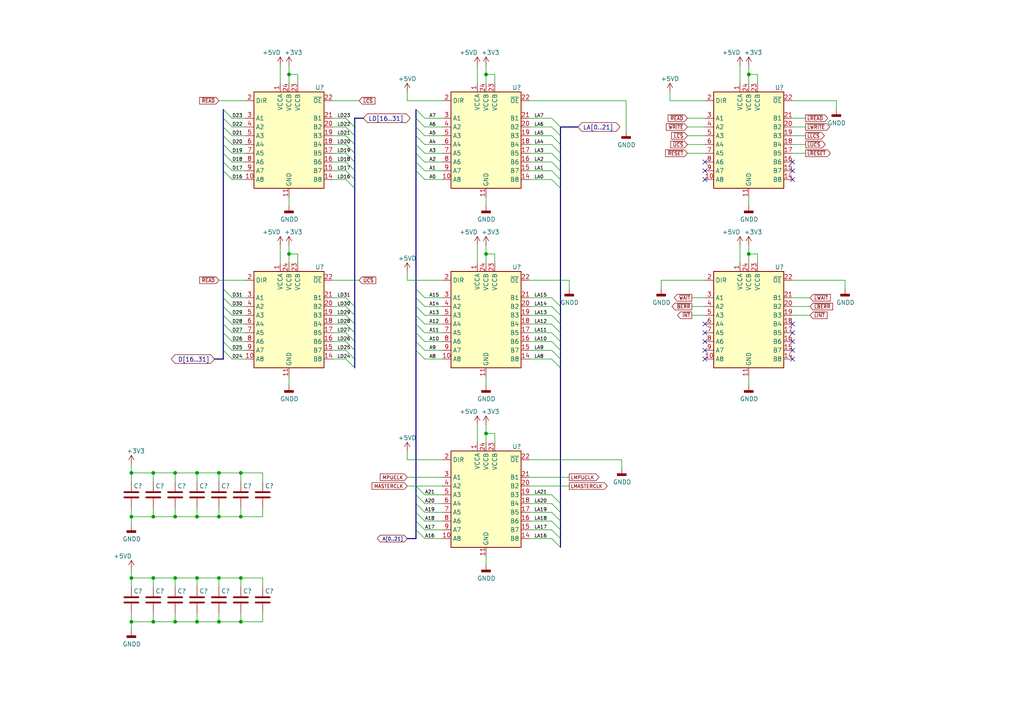
<source format=kicad_sch>
(kicad_sch (version 20211123) (generator eeschema)
  (paper "A4")
  (lib_symbols
    (symbol "Device:C" (pin_numbers hide) (pin_names (offset 0.254))
      (property "Reference" "C" (at 0.635 2.54 0))
      (property "Value" "C" (at 0.635 -2.54 0))
      (symbol "C_0_1"
        (polyline (pts (xy -2.032 -0.762) (xy 2.032 -0.762)) (stroke (width 0.508)))
        (polyline (pts (xy -2.032 0.762) (xy 2.032 0.762)) (stroke (width 0.508)))
      )
      (symbol "C_1_1"
        (pin passive line (at 0 3.81 270) (length 2.794) (name "~") (number "1"))
        (pin passive line (at 0 -3.81 90) (length 2.794) (name "~") (number "2"))
      )
    )
    (symbol "Logic_LevelTranslator:SN74AVC8T245PW"
      (property "Reference" "U" (at -8.89 13.97 0))
      (property "Value" "SN74AVC8T245PW" (at 12.7 13.97 0))
      (symbol "SN74AVC8T245PW_0_1"
        (rectangle (start -10.16 12.7) (end 10.16 -15.24) (stroke (width 0.254)) (fill (type background)))
      )
      (symbol "SN74AVC8T245PW_1_1"
        (pin power_in line (at -2.54 15.24 270) (length 2.54) (name "VCCA") (number "1"))
        (pin bidirectional line (at -12.7 -12.7 0) (length 2.54) (name "A8") (number "10"))
        (pin power_in line (at 0 -17.78 90) (length 2.54) (name "GND") (number "11"))
        (pin passive line (at 0 -17.78 90) (length 2.54) hide (name "GND") (number "12"))
        (pin passive line (at 0 -17.78 90) (length 2.54) hide (name "GND") (number "13"))
        (pin bidirectional line (at 12.7 -12.7 180) (length 2.54) (name "B8") (number "14"))
        (pin bidirectional line (at 12.7 -10.16 180) (length 2.54) (name "B7") (number "15"))
        (pin bidirectional line (at 12.7 -7.62 180) (length 2.54) (name "B6") (number "16"))
        (pin bidirectional line (at 12.7 -5.08 180) (length 2.54) (name "B5") (number "17"))
        (pin bidirectional line (at 12.7 -2.54 180) (length 2.54) (name "B4") (number "18"))
        (pin bidirectional line (at 12.7 0 180) (length 2.54) (name "B3") (number "19"))
        (pin input line (at -12.7 10.16 0) (length 2.54) (name "DIR") (number "2"))
        (pin bidirectional line (at 12.7 2.54 180) (length 2.54) (name "B2") (number "20"))
        (pin bidirectional line (at 12.7 5.08 180) (length 2.54) (name "B1") (number "21"))
        (pin input line (at 12.7 10.16 180) (length 2.54) (name "~{OE}") (number "22"))
        (pin power_in line (at 2.54 15.24 270) (length 2.54) (name "VCCB") (number "23"))
        (pin power_in line (at 0 15.24 270) (length 2.54) (name "VCCB") (number "24"))
        (pin bidirectional line (at -12.7 5.08 0) (length 2.54) (name "A1") (number "3"))
        (pin bidirectional line (at -12.7 2.54 0) (length 2.54) (name "A2") (number "4"))
        (pin bidirectional line (at -12.7 0 0) (length 2.54) (name "A3") (number "5"))
        (pin bidirectional line (at -12.7 -2.54 0) (length 2.54) (name "A4") (number "6"))
        (pin bidirectional line (at -12.7 -5.08 0) (length 2.54) (name "A5") (number "7"))
        (pin bidirectional line (at -12.7 -7.62 0) (length 2.54) (name "A6") (number "8"))
        (pin bidirectional line (at -12.7 -10.16 0) (length 2.54) (name "A7") (number "9"))
      )
    )
    (symbol "power:+3V3" (power) (pin_names (offset 0))
      (property "Value" "+3V3" (at 0 3.556 0))
      (symbol "+3V3_0_1"
        (polyline (pts (xy -0.762 1.27) (xy 0 2.54)))
        (polyline (pts (xy 0 0) (xy 0 2.54)))
        (polyline (pts (xy 0 2.54) (xy 0.762 1.27)))
      )
      (symbol "+3V3_1_1"
        (pin power_in line (at 0 0 90) (length 0) hide (name "+3V3") (number "1"))
      )
    )
    (symbol "power:+5VD" (power) (pin_names (offset 0))
      (property "Value" "+5VD" (at 0 3.556 0))
      (symbol "+5VD_0_1"
        (polyline (pts (xy -0.762 1.27) (xy 0 2.54)))
        (polyline (pts (xy 0 0) (xy 0 2.54)))
        (polyline (pts (xy 0 2.54) (xy 0.762 1.27)))
      )
      (symbol "+5VD_1_1"
        (pin power_in line (at 0 0 90) (length 0) hide (name "+5VD") (number "1"))
      )
    )
    (symbol "power:GNDD" (power) (pin_names (offset 0))
      (property "Value" "GNDD" (at 0 -3.175 0))
      (symbol "GNDD_0_1"
        (rectangle (start -1.27 -1.524) (end 1.27 -2.032) (stroke (width 0.254)) (fill (type outline)))
        (polyline (pts (xy 0 0) (xy 0 -1.524)))
      )
      (symbol "GNDD_1_1"
        (pin power_in line (at 0 0 270) (length 0) hide (name "GNDD") (number "1"))
      )
    )
  )
  (junction (at 69.85 167.64))
  (junction (at 63.5 137.16))
  (junction (at 44.45 180.34))
  (junction (at 83.82 73.66))
  (junction (at 44.45 149.86))
  (junction (at 38.1 167.64))
  (junction (at 63.5 149.86))
  (junction (at 57.15 180.34))
  (junction (at 50.8 167.64))
  (junction (at 83.82 21.59))
  (junction (at 38.1 180.34))
  (junction (at 50.8 149.86))
  (junction (at 217.17 21.59))
  (junction (at 63.5 167.64))
  (junction (at 44.45 137.16))
  (junction (at 69.85 149.86))
  (junction (at 69.85 137.16))
  (junction (at 38.1 149.86))
  (junction (at 50.8 180.34))
  (junction (at 57.15 137.16))
  (junction (at 63.5 180.34))
  (junction (at 50.8 137.16))
  (junction (at 57.15 149.86))
  (junction (at 57.15 167.64))
  (junction (at 140.97 21.59))
  (junction (at 38.1 137.16))
  (junction (at 140.97 73.66))
  (junction (at 44.45 167.64))
  (junction (at 140.97 125.73))
  (junction (at 69.85 180.34))
  (junction (at 217.17 73.66))
  (no_connect (at 229.87 96.52))
  (no_connect (at 229.87 93.98))
  (no_connect (at 204.47 101.6))
  (no_connect (at 229.87 99.06))
  (no_connect (at 204.47 52.07))
  (no_connect (at 229.87 46.99))
  (no_connect (at 204.47 49.53))
  (no_connect (at 204.47 99.06))
  (no_connect (at 204.47 96.52))
  (no_connect (at 204.47 93.98))
  (no_connect (at 204.47 104.14))
  (no_connect (at 229.87 104.14))
  (no_connect (at 229.87 49.53))
  (no_connect (at 229.87 52.07))
  (no_connect (at 229.87 101.6))
  (no_connect (at 204.47 46.99))
  (bus_entry (at 120.65 36.83) (size 2.54 2.54))
  (bus_entry (at 160.02 148.59) (size 2.54 2.54))
  (bus_entry (at 120.65 96.52) (size 2.54 2.54))
  (bus_entry (at 64.77 86.36) (size 2.54 2.54))
  (bus_entry (at 64.77 49.53) (size 2.54 2.54))
  (bus_entry (at 100.33 101.6) (size 2.54 2.54))
  (bus_entry (at 160.02 153.67) (size 2.54 2.54))
  (bus_entry (at 120.65 46.99) (size 2.54 2.54))
  (bus_entry (at 160.02 44.45) (size 2.54 2.54))
  (bus_entry (at 120.65 93.98) (size 2.54 2.54))
  (bus_entry (at 64.77 36.83) (size 2.54 2.54))
  (bus_entry (at 160.02 91.44) (size 2.54 2.54))
  (bus_entry (at 160.02 52.07) (size 2.54 2.54))
  (bus_entry (at 64.77 39.37) (size 2.54 2.54))
  (bus_entry (at 160.02 104.14) (size 2.54 2.54))
  (bus_entry (at 100.33 99.06) (size 2.54 2.54))
  (bus_entry (at 160.02 156.21) (size 2.54 2.54))
  (bus_entry (at 120.65 148.59) (size 2.54 2.54))
  (bus_entry (at 64.77 44.45) (size 2.54 2.54))
  (bus_entry (at 120.65 143.51) (size 2.54 2.54))
  (bus_entry (at 64.77 31.75) (size 2.54 2.54))
  (bus_entry (at 100.33 86.36) (size 2.54 2.54))
  (bus_entry (at 100.33 34.29) (size 2.54 2.54))
  (bus_entry (at 100.33 46.99) (size 2.54 2.54))
  (bus_entry (at 120.65 153.67) (size 2.54 2.54))
  (bus_entry (at 64.77 93.98) (size 2.54 2.54))
  (bus_entry (at 120.65 88.9) (size 2.54 2.54))
  (bus_entry (at 120.65 49.53) (size 2.54 2.54))
  (bus_entry (at 100.33 41.91) (size 2.54 2.54))
  (bus_entry (at 64.77 96.52) (size 2.54 2.54))
  (bus_entry (at 160.02 101.6) (size 2.54 2.54))
  (bus_entry (at 120.65 86.36) (size 2.54 2.54))
  (bus_entry (at 120.65 34.29) (size 2.54 2.54))
  (bus_entry (at 160.02 88.9) (size 2.54 2.54))
  (bus_entry (at 100.33 91.44) (size 2.54 2.54))
  (bus_entry (at 120.65 151.13) (size 2.54 2.54))
  (bus_entry (at 100.33 88.9) (size 2.54 2.54))
  (bus_entry (at 120.65 44.45) (size 2.54 2.54))
  (bus_entry (at 100.33 104.14) (size 2.54 2.54))
  (bus_entry (at 120.65 39.37) (size 2.54 2.54))
  (bus_entry (at 160.02 151.13) (size 2.54 2.54))
  (bus_entry (at 120.65 140.97) (size 2.54 2.54))
  (bus_entry (at 120.65 31.75) (size 2.54 2.54))
  (bus_entry (at 160.02 46.99) (size 2.54 2.54))
  (bus_entry (at 160.02 41.91) (size 2.54 2.54))
  (bus_entry (at 120.65 83.82) (size 2.54 2.54))
  (bus_entry (at 120.65 41.91) (size 2.54 2.54))
  (bus_entry (at 64.77 41.91) (size 2.54 2.54))
  (bus_entry (at 100.33 36.83) (size 2.54 2.54))
  (bus_entry (at 160.02 86.36) (size 2.54 2.54))
  (bus_entry (at 160.02 39.37) (size 2.54 2.54))
  (bus_entry (at 160.02 143.51) (size 2.54 2.54))
  (bus_entry (at 160.02 34.29) (size 2.54 2.54))
  (bus_entry (at 64.77 46.99) (size 2.54 2.54))
  (bus_entry (at 120.65 146.05) (size 2.54 2.54))
  (bus_entry (at 160.02 96.52) (size 2.54 2.54))
  (bus_entry (at 64.77 88.9) (size 2.54 2.54))
  (bus_entry (at 160.02 36.83) (size 2.54 2.54))
  (bus_entry (at 64.77 83.82) (size 2.54 2.54))
  (bus_entry (at 64.77 99.06) (size 2.54 2.54))
  (bus_entry (at 100.33 96.52) (size 2.54 2.54))
  (bus_entry (at 100.33 93.98) (size 2.54 2.54))
  (bus_entry (at 64.77 34.29) (size 2.54 2.54))
  (bus_entry (at 64.77 101.6) (size 2.54 2.54))
  (bus_entry (at 64.77 91.44) (size 2.54 2.54))
  (bus_entry (at 100.33 49.53) (size 2.54 2.54))
  (bus_entry (at 160.02 93.98) (size 2.54 2.54))
  (bus_entry (at 160.02 146.05) (size 2.54 2.54))
  (bus_entry (at 160.02 49.53) (size 2.54 2.54))
  (bus_entry (at 120.65 91.44) (size 2.54 2.54))
  (bus_entry (at 120.65 99.06) (size 2.54 2.54))
  (bus_entry (at 100.33 52.07) (size 2.54 2.54))
  (bus_entry (at 100.33 39.37) (size 2.54 2.54))
  (bus_entry (at 120.65 101.6) (size 2.54 2.54))
  (bus_entry (at 160.02 99.06) (size 2.54 2.54))
  (bus_entry (at 100.33 44.45) (size 2.54 2.54))
  (wire (pts (xy 128.27 148.59) (xy 123.19 148.59)))
  (wire (pts (xy 44.45 180.34) (xy 38.1 180.34)))
  (wire (pts (xy 219.71 73.66) (xy 219.71 76.2)))
  (wire (pts (xy 217.17 76.2) (xy 217.17 73.66)))
  (bus (pts (xy 120.65 91.44) (xy 120.65 93.98)))
  (wire (pts (xy 81.28 24.13) (xy 81.28 19.05)))
  (wire (pts (xy 57.15 137.16) (xy 57.15 139.7)))
  (wire (pts (xy 96.52 46.99) (xy 100.33 46.99)))
  (wire (pts (xy 96.52 44.45) (xy 100.33 44.45)))
  (wire (pts (xy 96.52 88.9) (xy 100.33 88.9)))
  (bus (pts (xy 120.65 151.13) (xy 120.65 153.67)))
  (bus (pts (xy 162.56 93.98) (xy 162.56 96.52)))
  (wire (pts (xy 153.67 41.91) (xy 160.02 41.91)))
  (wire (pts (xy 50.8 180.34) (xy 44.45 180.34)))
  (bus (pts (xy 120.65 41.91) (xy 120.65 44.45)))
  (wire (pts (xy 83.82 109.22) (xy 83.82 111.76)))
  (bus (pts (xy 120.65 49.53) (xy 120.65 83.82)))
  (wire (pts (xy 153.67 148.59) (xy 160.02 148.59)))
  (wire (pts (xy 50.8 137.16) (xy 57.15 137.16)))
  (bus (pts (xy 120.65 36.83) (xy 120.65 39.37)))
  (wire (pts (xy 153.67 153.67) (xy 160.02 153.67)))
  (wire (pts (xy 44.45 170.18) (xy 44.45 167.64)))
  (wire (pts (xy 204.47 91.44) (xy 200.66 91.44)))
  (wire (pts (xy 165.1 81.28) (xy 165.1 83.82)))
  (wire (pts (xy 204.47 44.45) (xy 199.39 44.45)))
  (wire (pts (xy 96.52 101.6) (xy 100.33 101.6)))
  (wire (pts (xy 38.1 167.64) (xy 44.45 167.64)))
  (bus (pts (xy 64.77 36.83) (xy 64.77 39.37)))
  (wire (pts (xy 153.67 99.06) (xy 160.02 99.06)))
  (wire (pts (xy 86.36 73.66) (xy 86.36 76.2)))
  (bus (pts (xy 102.87 93.98) (xy 102.87 96.52)))
  (wire (pts (xy 128.27 101.6) (xy 123.19 101.6)))
  (wire (pts (xy 38.1 165.1) (xy 38.1 167.64)))
  (wire (pts (xy 50.8 147.32) (xy 50.8 149.86)))
  (wire (pts (xy 96.52 96.52) (xy 100.33 96.52)))
  (bus (pts (xy 102.87 49.53) (xy 102.87 52.07)))
  (bus (pts (xy 167.64 36.83) (xy 162.56 36.83)))
  (bus (pts (xy 162.56 104.14) (xy 162.56 106.68)))
  (wire (pts (xy 153.67 146.05) (xy 160.02 146.05)))
  (wire (pts (xy 153.67 151.13) (xy 160.02 151.13)))
  (bus (pts (xy 120.65 153.67) (xy 120.65 156.21)))
  (wire (pts (xy 138.43 128.27) (xy 138.43 123.19)))
  (wire (pts (xy 69.85 147.32) (xy 69.85 149.86)))
  (wire (pts (xy 63.5 170.18) (xy 63.5 167.64)))
  (wire (pts (xy 69.85 149.86) (xy 63.5 149.86)))
  (bus (pts (xy 162.56 99.06) (xy 162.56 101.6)))
  (wire (pts (xy 96.52 41.91) (xy 100.33 41.91)))
  (wire (pts (xy 71.12 93.98) (xy 67.31 93.98)))
  (wire (pts (xy 217.17 73.66) (xy 217.17 71.12)))
  (wire (pts (xy 153.67 91.44) (xy 160.02 91.44)))
  (wire (pts (xy 229.87 44.45) (xy 233.68 44.45)))
  (wire (pts (xy 138.43 24.13) (xy 138.43 19.05)))
  (wire (pts (xy 204.47 86.36) (xy 200.66 86.36)))
  (wire (pts (xy 204.47 36.83) (xy 199.39 36.83)))
  (wire (pts (xy 128.27 46.99) (xy 123.19 46.99)))
  (wire (pts (xy 128.27 86.36) (xy 123.19 86.36)))
  (wire (pts (xy 245.11 81.28) (xy 245.11 83.82)))
  (bus (pts (xy 162.56 151.13) (xy 162.56 153.67)))
  (wire (pts (xy 153.67 46.99) (xy 160.02 46.99)))
  (bus (pts (xy 64.77 91.44) (xy 64.77 93.98)))
  (wire (pts (xy 153.67 86.36) (xy 160.02 86.36)))
  (wire (pts (xy 38.1 177.8) (xy 38.1 180.34)))
  (wire (pts (xy 63.5 180.34) (xy 57.15 180.34)))
  (bus (pts (xy 120.65 148.59) (xy 120.65 151.13)))
  (wire (pts (xy 96.52 39.37) (xy 100.33 39.37)))
  (wire (pts (xy 63.5 139.7) (xy 63.5 137.16)))
  (bus (pts (xy 120.65 39.37) (xy 120.65 41.91)))
  (wire (pts (xy 153.67 156.21) (xy 160.02 156.21)))
  (bus (pts (xy 162.56 91.44) (xy 162.56 93.98)))
  (wire (pts (xy 153.67 81.28) (xy 165.1 81.28)))
  (bus (pts (xy 64.77 104.14) (xy 62.23 104.14)))
  (wire (pts (xy 38.1 149.86) (xy 38.1 152.4)))
  (wire (pts (xy 153.67 44.45) (xy 160.02 44.45)))
  (bus (pts (xy 120.65 96.52) (xy 120.65 99.06)))
  (wire (pts (xy 128.27 88.9) (xy 123.19 88.9)))
  (wire (pts (xy 69.85 170.18) (xy 69.85 167.64)))
  (wire (pts (xy 153.67 93.98) (xy 160.02 93.98)))
  (bus (pts (xy 120.65 146.05) (xy 120.65 148.59)))
  (bus (pts (xy 64.77 39.37) (xy 64.77 41.91)))
  (wire (pts (xy 128.27 153.67) (xy 123.19 153.67)))
  (wire (pts (xy 96.52 36.83) (xy 100.33 36.83)))
  (wire (pts (xy 76.2 139.7) (xy 76.2 137.16)))
  (wire (pts (xy 217.17 24.13) (xy 217.17 21.59)))
  (wire (pts (xy 118.11 133.35) (xy 128.27 133.35)))
  (bus (pts (xy 120.65 83.82) (xy 120.65 86.36)))
  (wire (pts (xy 128.27 44.45) (xy 123.19 44.45)))
  (wire (pts (xy 200.66 88.9) (xy 204.47 88.9)))
  (wire (pts (xy 204.47 41.91) (xy 199.39 41.91)))
  (bus (pts (xy 120.65 44.45) (xy 120.65 46.99)))
  (wire (pts (xy 71.12 46.99) (xy 67.31 46.99)))
  (wire (pts (xy 140.97 125.73) (xy 143.51 125.73)))
  (wire (pts (xy 38.1 167.64) (xy 38.1 170.18)))
  (wire (pts (xy 96.52 86.36) (xy 100.33 86.36)))
  (bus (pts (xy 162.56 49.53) (xy 162.56 52.07)))
  (bus (pts (xy 64.77 88.9) (xy 64.77 91.44)))
  (wire (pts (xy 191.77 81.28) (xy 204.47 81.28)))
  (wire (pts (xy 128.27 156.21) (xy 123.19 156.21)))
  (wire (pts (xy 153.67 140.97) (xy 165.1 140.97)))
  (bus (pts (xy 120.65 86.36) (xy 120.65 88.9)))
  (wire (pts (xy 118.11 133.35) (xy 118.11 130.81)))
  (wire (pts (xy 38.1 180.34) (xy 38.1 182.88)))
  (wire (pts (xy 76.2 170.18) (xy 76.2 167.64)))
  (bus (pts (xy 162.56 36.83) (xy 162.56 39.37)))
  (wire (pts (xy 219.71 21.59) (xy 219.71 24.13)))
  (bus (pts (xy 102.87 34.29) (xy 105.41 34.29)))
  (wire (pts (xy 57.15 137.16) (xy 63.5 137.16)))
  (wire (pts (xy 71.12 99.06) (xy 67.31 99.06)))
  (wire (pts (xy 153.67 52.07) (xy 160.02 52.07)))
  (wire (pts (xy 128.27 146.05) (xy 123.19 146.05)))
  (bus (pts (xy 120.65 101.6) (xy 120.65 140.97)))
  (wire (pts (xy 128.27 36.83) (xy 123.19 36.83)))
  (wire (pts (xy 140.97 21.59) (xy 140.97 19.05)))
  (wire (pts (xy 118.11 140.97) (xy 120.65 140.97)))
  (wire (pts (xy 71.12 41.91) (xy 67.31 41.91)))
  (wire (pts (xy 71.12 96.52) (xy 67.31 96.52)))
  (wire (pts (xy 96.52 34.29) (xy 100.33 34.29)))
  (wire (pts (xy 128.27 81.28) (xy 118.11 81.28)))
  (wire (pts (xy 44.45 139.7) (xy 44.45 137.16)))
  (bus (pts (xy 162.56 156.21) (xy 162.56 158.75)))
  (wire (pts (xy 83.82 21.59) (xy 83.82 19.05)))
  (bus (pts (xy 162.56 39.37) (xy 162.56 41.91)))
  (wire (pts (xy 153.67 96.52) (xy 160.02 96.52)))
  (wire (pts (xy 38.1 137.16) (xy 44.45 137.16)))
  (wire (pts (xy 191.77 83.82) (xy 191.77 81.28)))
  (bus (pts (xy 120.65 143.51) (xy 120.65 146.05)))
  (wire (pts (xy 44.45 177.8) (xy 44.45 180.34)))
  (wire (pts (xy 229.87 86.36) (xy 234.95 86.36)))
  (wire (pts (xy 143.51 73.66) (xy 143.51 76.2)))
  (wire (pts (xy 204.47 39.37) (xy 199.39 39.37)))
  (wire (pts (xy 71.12 52.07) (xy 67.31 52.07)))
  (wire (pts (xy 96.52 81.28) (xy 104.14 81.28)))
  (wire (pts (xy 143.51 21.59) (xy 143.51 24.13)))
  (wire (pts (xy 63.5 167.64) (xy 69.85 167.64)))
  (wire (pts (xy 140.97 161.29) (xy 140.97 163.83)))
  (wire (pts (xy 44.45 137.16) (xy 50.8 137.16)))
  (bus (pts (xy 102.87 34.29) (xy 102.87 36.83)))
  (wire (pts (xy 71.12 86.36) (xy 67.31 86.36)))
  (bus (pts (xy 64.77 99.06) (xy 64.77 101.6)))
  (bus (pts (xy 102.87 36.83) (xy 102.87 39.37)))
  (wire (pts (xy 153.67 133.35) (xy 180.34 133.35)))
  (wire (pts (xy 81.28 76.2) (xy 81.28 71.12)))
  (bus (pts (xy 120.65 31.75) (xy 120.65 34.29)))
  (wire (pts (xy 96.52 52.07) (xy 100.33 52.07)))
  (wire (pts (xy 153.67 49.53) (xy 160.02 49.53)))
  (wire (pts (xy 71.12 44.45) (xy 67.31 44.45)))
  (bus (pts (xy 120.65 88.9) (xy 120.65 91.44)))
  (wire (pts (xy 96.52 29.21) (xy 104.14 29.21)))
  (bus (pts (xy 102.87 101.6) (xy 102.87 104.14)))
  (wire (pts (xy 217.17 109.22) (xy 217.17 111.76)))
  (wire (pts (xy 128.27 41.91) (xy 123.19 41.91)))
  (wire (pts (xy 83.82 73.66) (xy 83.82 71.12)))
  (bus (pts (xy 64.77 46.99) (xy 64.77 49.53)))
  (bus (pts (xy 64.77 31.75) (xy 64.77 34.29)))
  (bus (pts (xy 102.87 96.52) (xy 102.87 99.06)))
  (wire (pts (xy 69.85 139.7) (xy 69.85 137.16)))
  (bus (pts (xy 102.87 52.07) (xy 102.87 54.61)))
  (wire (pts (xy 204.47 34.29) (xy 199.39 34.29)))
  (wire (pts (xy 140.97 109.22) (xy 140.97 111.76)))
  (bus (pts (xy 102.87 91.44) (xy 102.87 93.98)))
  (wire (pts (xy 242.57 29.21) (xy 242.57 31.75)))
  (wire (pts (xy 69.85 167.64) (xy 76.2 167.64)))
  (wire (pts (xy 180.34 133.35) (xy 180.34 135.89)))
  (wire (pts (xy 83.82 57.15) (xy 83.82 59.69)))
  (wire (pts (xy 229.87 29.21) (xy 242.57 29.21)))
  (bus (pts (xy 162.56 101.6) (xy 162.56 104.14)))
  (bus (pts (xy 118.11 156.21) (xy 120.65 156.21)))
  (wire (pts (xy 57.15 167.64) (xy 57.15 170.18)))
  (wire (pts (xy 96.52 49.53) (xy 100.33 49.53)))
  (wire (pts (xy 153.67 36.83) (xy 160.02 36.83)))
  (bus (pts (xy 64.77 93.98) (xy 64.77 96.52)))
  (wire (pts (xy 128.27 138.43) (xy 118.11 138.43)))
  (wire (pts (xy 50.8 177.8) (xy 50.8 180.34)))
  (bus (pts (xy 64.77 86.36) (xy 64.77 88.9)))
  (wire (pts (xy 63.5 81.28) (xy 71.12 81.28)))
  (bus (pts (xy 162.56 153.67) (xy 162.56 156.21)))
  (wire (pts (xy 153.67 104.14) (xy 160.02 104.14)))
  (wire (pts (xy 118.11 81.28) (xy 118.11 78.74)))
  (wire (pts (xy 86.36 21.59) (xy 86.36 24.13)))
  (wire (pts (xy 57.15 147.32) (xy 57.15 149.86)))
  (wire (pts (xy 140.97 76.2) (xy 140.97 73.66)))
  (wire (pts (xy 214.63 24.13) (xy 214.63 19.05)))
  (wire (pts (xy 217.17 73.66) (xy 219.71 73.66)))
  (bus (pts (xy 64.77 34.29) (xy 64.77 36.83)))
  (wire (pts (xy 71.12 104.14) (xy 67.31 104.14)))
  (wire (pts (xy 71.12 49.53) (xy 67.31 49.53)))
  (wire (pts (xy 50.8 149.86) (xy 44.45 149.86)))
  (wire (pts (xy 229.87 81.28) (xy 245.11 81.28)))
  (wire (pts (xy 181.61 29.21) (xy 181.61 38.1)))
  (wire (pts (xy 83.82 76.2) (xy 83.82 73.66)))
  (wire (pts (xy 140.97 125.73) (xy 140.97 123.19)))
  (bus (pts (xy 102.87 54.61) (xy 102.87 88.9)))
  (wire (pts (xy 118.11 29.21) (xy 118.11 26.67)))
  (wire (pts (xy 83.82 24.13) (xy 83.82 21.59)))
  (wire (pts (xy 96.52 99.06) (xy 100.33 99.06)))
  (bus (pts (xy 120.65 140.97) (xy 120.65 143.51)))
  (wire (pts (xy 128.27 99.06) (xy 123.19 99.06)))
  (wire (pts (xy 140.97 57.15) (xy 140.97 59.69)))
  (wire (pts (xy 140.97 128.27) (xy 140.97 125.73)))
  (wire (pts (xy 76.2 177.8) (xy 76.2 180.34)))
  (wire (pts (xy 229.87 34.29) (xy 233.68 34.29)))
  (wire (pts (xy 83.82 73.66) (xy 86.36 73.66)))
  (wire (pts (xy 44.45 167.64) (xy 50.8 167.64)))
  (wire (pts (xy 96.52 104.14) (xy 100.33 104.14)))
  (bus (pts (xy 64.77 49.53) (xy 64.77 83.82)))
  (wire (pts (xy 63.5 29.21) (xy 71.12 29.21)))
  (wire (pts (xy 194.31 29.21) (xy 194.31 26.67)))
  (wire (pts (xy 71.12 88.9) (xy 67.31 88.9)))
  (wire (pts (xy 143.51 125.73) (xy 143.51 128.27)))
  (bus (pts (xy 102.87 39.37) (xy 102.87 41.91)))
  (wire (pts (xy 50.8 139.7) (xy 50.8 137.16)))
  (wire (pts (xy 140.97 73.66) (xy 143.51 73.66)))
  (wire (pts (xy 229.87 36.83) (xy 233.68 36.83)))
  (wire (pts (xy 204.47 29.21) (xy 194.31 29.21)))
  (wire (pts (xy 128.27 143.51) (xy 123.19 143.51)))
  (wire (pts (xy 153.67 101.6) (xy 160.02 101.6)))
  (bus (pts (xy 162.56 148.59) (xy 162.56 151.13)))
  (wire (pts (xy 128.27 91.44) (xy 123.19 91.44)))
  (wire (pts (xy 38.1 147.32) (xy 38.1 149.86)))
  (wire (pts (xy 118.11 29.21) (xy 128.27 29.21)))
  (wire (pts (xy 128.27 151.13) (xy 123.19 151.13)))
  (wire (pts (xy 128.27 93.98) (xy 123.19 93.98)))
  (wire (pts (xy 76.2 147.32) (xy 76.2 149.86)))
  (wire (pts (xy 128.27 104.14) (xy 123.19 104.14)))
  (wire (pts (xy 153.67 34.29) (xy 160.02 34.29)))
  (bus (pts (xy 162.56 106.68) (xy 162.56 146.05)))
  (wire (pts (xy 153.67 138.43) (xy 165.1 138.43)))
  (bus (pts (xy 162.56 96.52) (xy 162.56 99.06)))
  (bus (pts (xy 102.87 46.99) (xy 102.87 49.53)))
  (bus (pts (xy 120.65 46.99) (xy 120.65 49.53)))
  (wire (pts (xy 57.15 149.86) (xy 50.8 149.86)))
  (wire (pts (xy 63.5 177.8) (xy 63.5 180.34)))
  (wire (pts (xy 38.1 137.16) (xy 38.1 139.7)))
  (bus (pts (xy 162.56 44.45) (xy 162.56 46.99)))
  (wire (pts (xy 69.85 137.16) (xy 76.2 137.16)))
  (bus (pts (xy 162.56 88.9) (xy 162.56 91.44)))
  (wire (pts (xy 96.52 93.98) (xy 100.33 93.98)))
  (wire (pts (xy 71.12 36.83) (xy 67.31 36.83)))
  (wire (pts (xy 71.12 91.44) (xy 67.31 91.44)))
  (wire (pts (xy 140.97 24.13) (xy 140.97 21.59)))
  (bus (pts (xy 64.77 41.91) (xy 64.77 44.45)))
  (wire (pts (xy 57.15 177.8) (xy 57.15 180.34)))
  (wire (pts (xy 50.8 167.64) (xy 57.15 167.64)))
  (bus (pts (xy 64.77 44.45) (xy 64.77 46.99)))
  (wire (pts (xy 63.5 137.16) (xy 69.85 137.16)))
  (bus (pts (xy 162.56 46.99) (xy 162.56 49.53)))
  (wire (pts (xy 217.17 57.15) (xy 217.17 59.69)))
  (wire (pts (xy 217.17 21.59) (xy 217.17 19.05)))
  (wire (pts (xy 140.97 73.66) (xy 140.97 71.12)))
  (bus (pts (xy 102.87 99.06) (xy 102.87 101.6)))
  (bus (pts (xy 102.87 88.9) (xy 102.87 91.44)))
  (wire (pts (xy 83.82 21.59) (xy 86.36 21.59)))
  (bus (pts (xy 120.65 34.29) (xy 120.65 36.83)))
  (wire (pts (xy 128.27 49.53) (xy 123.19 49.53)))
  (wire (pts (xy 44.45 147.32) (xy 44.45 149.86)))
  (bus (pts (xy 102.87 41.91) (xy 102.87 44.45)))
  (wire (pts (xy 76.2 180.34) (xy 69.85 180.34)))
  (wire (pts (xy 71.12 39.37) (xy 67.31 39.37)))
  (wire (pts (xy 229.87 41.91) (xy 233.68 41.91)))
  (wire (pts (xy 50.8 170.18) (xy 50.8 167.64)))
  (wire (pts (xy 120.65 140.97) (xy 128.27 140.97)))
  (wire (pts (xy 140.97 21.59) (xy 143.51 21.59)))
  (wire (pts (xy 71.12 101.6) (xy 67.31 101.6)))
  (bus (pts (xy 120.65 93.98) (xy 120.65 96.52)))
  (bus (pts (xy 162.56 146.05) (xy 162.56 148.59)))
  (bus (pts (xy 162.56 52.07) (xy 162.56 54.61)))
  (wire (pts (xy 128.27 34.29) (xy 123.19 34.29)))
  (bus (pts (xy 102.87 44.45) (xy 102.87 46.99)))
  (wire (pts (xy 57.15 180.34) (xy 50.8 180.34)))
  (wire (pts (xy 138.43 76.2) (xy 138.43 71.12)))
  (wire (pts (xy 128.27 52.07) (xy 123.19 52.07)))
  (wire (pts (xy 128.27 96.52) (xy 123.19 96.52)))
  (wire (pts (xy 69.85 177.8) (xy 69.85 180.34)))
  (wire (pts (xy 38.1 137.16) (xy 38.1 134.62)))
  (wire (pts (xy 217.17 21.59) (xy 219.71 21.59)))
  (bus (pts (xy 120.65 99.06) (xy 120.65 101.6)))
  (wire (pts (xy 128.27 39.37) (xy 123.19 39.37)))
  (wire (pts (xy 153.67 143.51) (xy 160.02 143.51)))
  (wire (pts (xy 63.5 149.86) (xy 57.15 149.86)))
  (wire (pts (xy 63.5 147.32) (xy 63.5 149.86)))
  (wire (pts (xy 71.12 34.29) (xy 67.31 34.29)))
  (bus (pts (xy 162.56 41.91) (xy 162.56 44.45)))
  (wire (pts (xy 96.52 91.44) (xy 100.33 91.44)))
  (wire (pts (xy 229.87 91.44) (xy 234.95 91.44)))
  (wire (pts (xy 229.87 39.37) (xy 233.68 39.37)))
  (wire (pts (xy 234.95 88.9) (xy 229.87 88.9)))
  (wire (pts (xy 214.63 76.2) (xy 214.63 71.12)))
  (wire (pts (xy 69.85 180.34) (xy 63.5 180.34)))
  (wire (pts (xy 57.15 167.64) (xy 63.5 167.64)))
  (bus (pts (xy 64.77 96.52) (xy 64.77 99.06)))
  (wire (pts (xy 76.2 149.86) (xy 69.85 149.86)))
  (bus (pts (xy 64.77 83.82) (xy 64.77 86.36)))
  (wire (pts (xy 44.45 149.86) (xy 38.1 149.86)))
  (bus (pts (xy 102.87 104.14) (xy 102.87 106.68)))
  (bus (pts (xy 64.77 101.6) (xy 64.77 104.14)))
  (bus (pts (xy 162.56 54.61) (xy 162.56 88.9)))
  (wire (pts (xy 153.67 29.21) (xy 181.61 29.21)))
  (wire (pts (xy 153.67 88.9) (xy 160.02 88.9)))
  (wire (pts (xy 153.67 39.37) (xy 160.02 39.37)))
  (label "A21" (at 123.19 143.51 0) (effects (font (size 0.9906 0.9906))))
  (label "A6" (at 124.46 36.83 0) (effects (font (size 0.9906 0.9906))))
  (label "D17" (at 67.31 49.53 0) (effects (font (size 0.9906 0.9906))))
  (label "LA17" (at 154.94 153.67 0) (effects (font (size 0.9906 0.9906))))
  (label "A19" (at 123.19 148.59 0) (effects (font (size 0.9906 0.9906))))
  (label "LA6" (at 154.94 36.83 0) (effects (font (size 0.9906 0.9906))))
  (label "A13" (at 124.46 91.44 0) (effects (font (size 0.9906 0.9906))))
  (label "LA15" (at 154.94 86.36 0) (effects (font (size 0.9906 0.9906))))
  (label "D31" (at 67.31 86.36 0) (effects (font (size 0.9906 0.9906))))
  (label "A9" (at 124.46 101.6 0) (effects (font (size 0.9906 0.9906))))
  (label "D21" (at 67.31 39.37 0) (effects (font (size 0.9906 0.9906))))
  (label "LD18" (at 97.79 46.99 0) (effects (font (size 0.9906 0.9906))))
  (label "LA0" (at 154.94 52.07 0) (effects (font (size 0.9906 0.9906))))
  (label "LA12" (at 154.94 93.98 0) (effects (font (size 0.9906 0.9906))))
  (label "A1" (at 124.46 49.53 0) (effects (font (size 0.9906 0.9906))))
  (label "LD16" (at 97.79 52.07 0) (effects (font (size 0.9906 0.9906))))
  (label "LA2" (at 154.94 46.99 0) (effects (font (size 0.9906 0.9906))))
  (label "A2" (at 124.46 46.99 0) (effects (font (size 0.9906 0.9906))))
  (label "LD25" (at 97.79 101.6 0) (effects (font (size 0.9906 0.9906))))
  (label "A14" (at 124.46 88.9 0) (effects (font (size 0.9906 0.9906))))
  (label "LA9" (at 154.94 101.6 0) (effects (font (size 0.9906 0.9906))))
  (label "LD23" (at 97.79 34.29 0) (effects (font (size 0.9906 0.9906))))
  (label "LD29" (at 97.79 91.44 0) (effects (font (size 0.9906 0.9906))))
  (label "A7" (at 124.46 34.29 0) (effects (font (size 0.9906 0.9906))))
  (label "LA1" (at 154.94 49.53 0) (effects (font (size 0.9906 0.9906))))
  (label "D22" (at 67.31 36.83 0) (effects (font (size 0.9906 0.9906))))
  (label "LA18" (at 154.94 151.13 0) (effects (font (size 0.9906 0.9906))))
  (label "LA20" (at 154.94 146.05 0) (effects (font (size 0.9906 0.9906))))
  (label "LD31" (at 97.79 86.36 0) (effects (font (size 0.9906 0.9906))))
  (label "D20" (at 67.31 41.91 0) (effects (font (size 0.9906 0.9906))))
  (label "D26" (at 67.31 99.06 0) (effects (font (size 0.9906 0.9906))))
  (label "LD26" (at 97.79 99.06 0) (effects (font (size 0.9906 0.9906))))
  (label "A16" (at 123.19 156.21 0) (effects (font (size 0.9906 0.9906))))
  (label "D24" (at 67.31 104.14 0) (effects (font (size 0.9906 0.9906))))
  (label "LA8" (at 154.94 104.14 0) (effects (font (size 0.9906 0.9906))))
  (label "A3" (at 124.46 44.45 0) (effects (font (size 0.9906 0.9906))))
  (label "A18" (at 123.19 151.13 0) (effects (font (size 0.9906 0.9906))))
  (label "LD22" (at 97.79 36.83 0) (effects (font (size 0.9906 0.9906))))
  (label "LA5" (at 154.94 39.37 0) (effects (font (size 0.9906 0.9906))))
  (label "A15" (at 124.46 86.36 0) (effects (font (size 0.9906 0.9906))))
  (label "LD19" (at 97.79 44.45 0) (effects (font (size 0.9906 0.9906))))
  (label "LA16" (at 154.94 156.21 0) (effects (font (size 0.9906 0.9906))))
  (label "A10" (at 124.46 99.06 0) (effects (font (size 0.9906 0.9906))))
  (label "A5" (at 124.46 39.37 0) (effects (font (size 0.9906 0.9906))))
  (label "D18" (at 67.31 46.99 0) (effects (font (size 0.9906 0.9906))))
  (label "A11" (at 124.46 96.52 0) (effects (font (size 0.9906 0.9906))))
  (label "LD20" (at 97.79 41.91 0) (effects (font (size 0.9906 0.9906))))
  (label "D28" (at 67.31 93.98 0) (effects (font (size 0.9906 0.9906))))
  (label "LA13" (at 154.94 91.44 0) (effects (font (size 0.9906 0.9906))))
  (label "LA10" (at 154.94 99.06 0) (effects (font (size 0.9906 0.9906))))
  (label "D27" (at 67.31 96.52 0) (effects (font (size 0.9906 0.9906))))
  (label "LA11" (at 154.94 96.52 0) (effects (font (size 0.9906 0.9906))))
  (label "A8" (at 124.46 104.14 0) (effects (font (size 0.9906 0.9906))))
  (label "LD27" (at 97.79 96.52 0) (effects (font (size 0.9906 0.9906))))
  (label "LD28" (at 97.79 93.98 0) (effects (font (size 0.9906 0.9906))))
  (label "D30" (at 67.31 88.9 0) (effects (font (size 0.9906 0.9906))))
  (label "LD17" (at 97.79 49.53 0) (effects (font (size 0.9906 0.9906))))
  (label "A4" (at 124.46 41.91 0) (effects (font (size 0.9906 0.9906))))
  (label "D29" (at 67.31 91.44 0) (effects (font (size 0.9906 0.9906))))
  (label "D23" (at 67.31 34.29 0) (effects (font (size 0.9906 0.9906))))
  (label "LA7" (at 154.94 34.29 0) (effects (font (size 0.9906 0.9906))))
  (label "A17" (at 123.19 153.67 0) (effects (font (size 0.9906 0.9906))))
  (label "LD21" (at 97.79 39.37 0) (effects (font (size 0.9906 0.9906))))
  (label "D19" (at 67.31 44.45 0) (effects (font (size 0.9906 0.9906))))
  (label "A20" (at 123.19 146.05 0) (effects (font (size 0.9906 0.9906))))
  (label "LA19" (at 154.94 148.59 0) (effects (font (size 0.9906 0.9906))))
  (label "LD24" (at 97.79 104.14 0) (effects (font (size 0.9906 0.9906))))
  (label "D16" (at 67.31 52.07 0) (effects (font (size 0.9906 0.9906))))
  (label "A0" (at 124.46 52.07 0) (effects (font (size 0.9906 0.9906))))
  (label "LA14" (at 154.94 88.9 0) (effects (font (size 0.9906 0.9906))))
  (label "LA3" (at 154.94 44.45 0) (effects (font (size 0.9906 0.9906))))
  (label "D25" (at 67.31 101.6 0) (effects (font (size 0.9906 0.9906))))
  (label "LA4" (at 154.94 41.91 0) (effects (font (size 0.9906 0.9906))))
  (label "A12" (at 124.46 93.98 0) (effects (font (size 0.9906 0.9906))))
  (label "LD30" (at 97.79 88.9 0) (effects (font (size 0.9906 0.9906))))
  (label "LA21" (at 154.94 143.51 0) (effects (font (size 0.9906 0.9906))))
  (global_label "~{BERR}" (shape output) (at 200.66 88.9 180) (effects (font (size 0.9906 0.9906))) (property "Intersheet References" "${INTERSHEET_REFS}" (effects hide)))
  (global_label "~{LLCS}" (shape output) (at 233.68 39.37 0) (effects (font (size 0.9906 0.9906))) (property "Intersheet References" "${INTERSHEET_REFS}" (effects hide)))
  (global_label "~{WRITE}" (shape input) (at 199.39 36.83 180) (effects (font (size 0.9906 0.9906))) (property "Intersheet References" "${INTERSHEET_REFS}" (effects hide)))
  (global_label "~{UCS}" (shape input) (at 199.39 41.91 180) (effects (font (size 0.9906 0.9906))) (property "Intersheet References" "${INTERSHEET_REFS}" (effects hide)))
  (global_label "~{LCS}" (shape input) (at 104.14 29.21 0) (effects (font (size 0.9906 0.9906))) (property "Intersheet References" "${INTERSHEET_REFS}" (effects hide)))
  (global_label "~{LUCS}" (shape output) (at 233.68 41.91 0) (effects (font (size 0.9906 0.9906))) (property "Intersheet References" "${INTERSHEET_REFS}" (effects hide)))
  (global_label "~{READ}" (shape input) (at 63.5 29.21 180) (effects (font (size 0.9906 0.9906))) (property "Intersheet References" "${INTERSHEET_REFS}" (effects hide)))
  (global_label "MASTERCLK" (shape input) (at 118.11 140.97 180) (effects (font (size 0.9906 0.9906))) (property "Intersheet References" "${INTERSHEET_REFS}" (effects hide)))
  (global_label "LMASTERCLK" (shape output) (at 165.1 140.97 0) (effects (font (size 0.9906 0.9906))) (property "Intersheet References" "${INTERSHEET_REFS}" (effects hide)))
  (global_label "LMPUCLK" (shape output) (at 165.1 138.43 0) (effects (font (size 0.9906 0.9906))) (property "Intersheet References" "${INTERSHEET_REFS}" (effects hide)))
  (global_label "~{READ}" (shape input) (at 199.39 34.29 180) (effects (font (size 0.9906 0.9906))) (property "Intersheet References" "${INTERSHEET_REFS}" (effects hide)))
  (global_label "~{LINT}" (shape input) (at 234.95 91.44 0) (effects (font (size 0.9906 0.9906))) (property "Intersheet References" "${INTERSHEET_REFS}" (effects hide)))
  (global_label "D[16..31]" (shape bidirectional) (at 62.23 104.14 180) (property "Intersheet References" "${INTERSHEET_REFS}" (effects hide)))
  (global_label "~{LWAIT}" (shape input) (at 234.95 86.36 0) (effects (font (size 0.9906 0.9906))) (property "Intersheet References" "${INTERSHEET_REFS}" (effects hide)))
  (global_label "LD[16..31]" (shape bidirectional) (at 105.41 34.29 0) (property "Intersheet References" "${INTERSHEET_REFS}" (effects hide)))
  (global_label "LA[0..21]" (shape bidirectional) (at 167.64 36.83 0) (property "Intersheet References" "${INTERSHEET_REFS}" (effects hide)))
  (global_label "~{LBERR}" (shape input) (at 234.95 88.9 0) (effects (font (size 0.9906 0.9906))) (property "Intersheet References" "${INTERSHEET_REFS}" (effects hide)))
  (global_label "A[0..21]" (shape bidirectional) (at 118.11 156.21 180) (effects (font (size 0.9906 0.9906))) (property "Intersheet References" "${INTERSHEET_REFS}" (effects hide)))
  (global_label "~{INT}" (shape output) (at 200.66 91.44 180) (effects (font (size 0.9906 0.9906))) (property "Intersheet References" "${INTERSHEET_REFS}" (effects hide)))
  (global_label "MPUCLK" (shape input) (at 118.11 138.43 180) (effects (font (size 0.9906 0.9906))) (property "Intersheet References" "${INTERSHEET_REFS}" (effects hide)))
  (global_label "~{LREAD}" (shape output) (at 233.68 34.29 0) (effects (font (size 0.9906 0.9906))) (property "Intersheet References" "${INTERSHEET_REFS}" (effects hide)))
  (global_label "~{LWRITE}" (shape output) (at 233.68 36.83 0) (effects (font (size 0.9906 0.9906))) (property "Intersheet References" "${INTERSHEET_REFS}" (effects hide)))
  (global_label "~{LCS}" (shape input) (at 199.39 39.37 180) (effects (font (size 0.9906 0.9906))) (property "Intersheet References" "${INTERSHEET_REFS}" (effects hide)))
  (global_label "~{WAIT}" (shape output) (at 200.66 86.36 180) (effects (font (size 0.9906 0.9906))) (property "Intersheet References" "${INTERSHEET_REFS}" (effects hide)))
  (global_label "~{UCS}" (shape input) (at 104.14 81.28 0) (effects (font (size 0.9906 0.9906))) (property "Intersheet References" "${INTERSHEET_REFS}" (effects hide)))
  (global_label "~{LRESET}" (shape output) (at 233.68 44.45 0) (effects (font (size 0.9906 0.9906))) (property "Intersheet References" "${INTERSHEET_REFS}" (effects hide)))
  (global_label "~{READ}" (shape input) (at 63.5 81.28 180) (effects (font (size 0.9906 0.9906))) (property "Intersheet References" "${INTERSHEET_REFS}" (effects hide)))
  (global_label "~{RESET}" (shape input) (at 199.39 44.45 180) (effects (font (size 0.9906 0.9906))) (property "Intersheet References" "${INTERSHEET_REFS}" (effects hide)))
  (symbol (lib_id "power:GNDD") (at 83.82 59.69 0) (unit 1)
    (property "Reference" "#PWR0106" (effects hide))
  )
  (symbol (lib_id "power:GNDD") (at 140.97 59.69 0) (unit 1)
    (property "Reference" "#PWR0107" (effects hide))
  )
  (symbol (lib_id "power:GNDD") (at 140.97 111.76 0) (unit 1)
    (property "Reference" "#PWR0108" (effects hide))
  )
  (symbol (lib_id "power:GNDD") (at 83.82 111.76 0) (unit 1)
    (property "Reference" "#PWR0110" (effects hide))
  )
  (symbol (lib_id "power:GNDD") (at 140.97 163.83 0) (unit 1)
    (property "Reference" "#PWR0112" (effects hide))
  )
  (symbol (lib_id "power:GNDD") (at 180.34 135.89 0) (unit 1)
    (property "Reference" "#PWR0115" (effects hide))
  )
  (symbol (lib_id "power:GNDD") (at 38.1 182.88 0) (unit 1)
    (property "Reference" "#PWR0118" (effects hide))
  )
  (symbol (lib_id "power:GNDD") (at 217.17 59.69 0) (unit 1)
    (property "Reference" "#PWR0119" (effects hide))
  )
  (symbol (lib_id "power:GNDD") (at 242.57 31.75 0) (unit 1)
    (property "Reference" "#PWR0121" (effects hide))
  )
  (symbol (lib_id "power:GNDD") (at 181.61 38.1 0) (unit 1)
    (property "Reference" "#PWR0123" (effects hide))
  )
  (symbol (lib_id "power:GNDD") (at 165.1 83.82 0) (unit 1)
    (property "Reference" "#PWR0124" (effects hide))
  )
  (symbol (lib_id "power:+5VD") (at 38.1 165.1 0) (unit 1)
    (property "Reference" "#PWR?" (effects hide))
  )
  (symbol (lib_id "power:+5VD") (at 214.63 71.12 0) (unit 1)
    (property "Reference" "#PWR?" (effects hide))
  )
  (symbol (lib_id "power:+3V3") (at 217.17 71.12 0) (unit 1)
    (property "Reference" "#PWR?" (effects hide))
  )
  (symbol (lib_id "power:GNDD") (at 217.17 111.76 0) (unit 1)
    (property "Reference" "#PWR0149" (effects hide))
  )
  (symbol (lib_id "power:GNDD") (at 245.11 83.82 0) (unit 1)
    (property "Reference" "#PWR0151" (effects hide))
  )
  (symbol (lib_id "Logic_LevelTranslator:SN74AVC8T245PW") (at 217.17 91.44 0) (unit 1)
    (property "Reference" "U?" (at 226.06 77.47 0))
    (property "Datasheet" "https://www.ti.com/lit/ds/symlink/sn74avc8t245.pdf" (effects hide))
  )
  (symbol (lib_id "power:GNDD") (at 191.77 83.82 0) (unit 1)
    (property "Reference" "#PWR0153" (effects hide))
  )
  (symbol (lib_id "power:+5VD") (at 81.28 19.05 0) (unit 1)
    (property "Reference" "#PWR?" (effects hide))
  )
  (symbol (lib_id "Logic_LevelTranslator:SN74AVC8T245PW") (at 83.82 39.37 0) (unit 1)
    (property "Reference" "U?" (at 92.71 25.4 0))
    (property "Datasheet" "https://www.ti.com/lit/ds/symlink/sn74avc8t245.pdf" (effects hide))
  )
  (symbol (lib_id "power:+3V3") (at 83.82 19.05 0) (unit 1)
    (property "Reference" "#PWR?" (effects hide))
  )
  (symbol (lib_id "power:+5VD") (at 81.28 71.12 0) (unit 1)
    (property "Reference" "#PWR?" (effects hide))
  )
  (symbol (lib_id "Logic_LevelTranslator:SN74AVC8T245PW") (at 83.82 91.44 0) (unit 1)
    (property "Reference" "U?" (at 92.71 77.47 0))
    (property "Datasheet" "https://www.ti.com/lit/ds/symlink/sn74avc8t245.pdf" (effects hide))
  )
  (symbol (lib_id "power:+3V3") (at 83.82 71.12 0) (unit 1)
    (property "Reference" "#PWR?" (effects hide))
  )
  (symbol (lib_id "power:+5VD") (at 138.43 19.05 0) (unit 1)
    (property "Reference" "#PWR?" (effects hide))
  )
  (symbol (lib_id "Logic_LevelTranslator:SN74AVC8T245PW") (at 140.97 39.37 0) (unit 1)
    (property "Reference" "U?" (at 149.86 25.4 0))
    (property "Datasheet" "https://www.ti.com/lit/ds/symlink/sn74avc8t245.pdf" (effects hide))
  )
  (symbol (lib_id "power:+3V3") (at 140.97 19.05 0) (unit 1)
    (property "Reference" "#PWR?" (effects hide))
  )
  (symbol (lib_id "power:+5VD") (at 138.43 71.12 0) (unit 1)
    (property "Reference" "#PWR?" (effects hide))
  )
  (symbol (lib_id "Logic_LevelTranslator:SN74AVC8T245PW") (at 140.97 91.44 0) (unit 1)
    (property "Reference" "U?" (at 149.86 77.47 0))
    (property "Datasheet" "https://www.ti.com/lit/ds/symlink/sn74avc8t245.pdf" (effects hide))
  )
  (symbol (lib_id "power:+3V3") (at 140.97 71.12 0) (unit 1)
    (property "Reference" "#PWR?" (effects hide))
  )
  (symbol (lib_id "power:+5VD") (at 138.43 123.19 0) (unit 1)
    (property "Reference" "#PWR?" (effects hide))
  )
  (symbol (lib_id "Logic_LevelTranslator:SN74AVC8T245PW") (at 140.97 143.51 0) (unit 1)
    (property "Reference" "U?" (at 149.86 129.54 0))
    (property "Datasheet" "https://www.ti.com/lit/ds/symlink/sn74avc8t245.pdf" (effects hide))
  )
  (symbol (lib_id "power:+3V3") (at 140.97 123.19 0) (unit 1)
    (property "Reference" "#PWR?" (effects hide))
  )
  (symbol (lib_id "Device:C") (at 76.2 143.51 0) (unit 1)
    (property "Reference" "C?" (at 76.835 140.97 0) (effects (justify left)))
  )
  (symbol (lib_id "Device:C") (at 69.85 143.51 0) (unit 1)
    (property "Reference" "C?" (at 70.485 140.97 0) (effects (justify left)))
  )
  (symbol (lib_id "Device:C") (at 63.5 143.51 0) (unit 1)
    (property "Reference" "C?" (at 64.135 140.97 0) (effects (justify left)))
  )
  (symbol (lib_id "Device:C") (at 57.15 143.51 0) (unit 1)
    (property "Reference" "C?" (at 57.785 140.97 0) (effects (justify left)))
  )
  (symbol (lib_id "Device:C") (at 50.8 143.51 0) (unit 1)
    (property "Reference" "C?" (at 51.435 140.97 0) (effects (justify left)))
  )
  (symbol (lib_id "Device:C") (at 44.45 143.51 0) (unit 1)
    (property "Reference" "C?" (at 45.085 140.97 0) (effects (justify left)))
  )
  (symbol (lib_id "Device:C") (at 38.1 143.51 0) (unit 1)
    (property "Reference" "C?" (at 38.735 140.97 0) (effects (justify left)))
  )
  (symbol (lib_id "power:GNDD") (at 38.1 152.4 0) (unit 1)
    (property "Reference" "#PWR08" (effects hide))
  )
  (symbol (lib_id "power:+3V3") (at 38.1 134.62 0) (unit 1)
    (property "Reference" "#PWR?" (effects hide))
  )
  (symbol (lib_id "power:+5VD") (at 214.63 19.05 0) (unit 1)
    (property "Reference" "#PWR?" (effects hide))
  )
  (symbol (lib_id "Logic_LevelTranslator:SN74AVC8T245PW") (at 217.17 39.37 0) (unit 1)
    (property "Reference" "U?" (at 226.06 25.4 0))
    (property "Datasheet" "https://www.ti.com/lit/ds/symlink/sn74avc8t245.pdf" (effects hide))
  )
  (symbol (lib_id "power:+3V3") (at 217.17 19.05 0) (unit 1)
    (property "Reference" "#PWR?" (effects hide))
  )
  (symbol (lib_id "power:+5VD") (at 118.11 78.74 0) (unit 1)
    (property "Reference" "#PWR?" (effects hide))
  )
  (symbol (lib_id "power:+5VD") (at 118.11 26.67 0) (unit 1)
    (property "Reference" "#PWR?" (effects hide))
  )
  (symbol (lib_id "power:+5VD") (at 118.11 130.81 0) (unit 1)
    (property "Reference" "#PWR?" (effects hide))
  )
  (symbol (lib_id "power:+5VD") (at 194.31 26.67 0) (unit 1)
    (property "Reference" "#PWR?" (effects hide))
  )
  (symbol (lib_id "Device:C") (at 76.2 173.99 0) (unit 1)
    (property "Reference" "C?" (at 76.835 171.45 0) (effects (justify left)))
  )
  (symbol (lib_id "Device:C") (at 69.85 173.99 0) (unit 1)
    (property "Reference" "C?" (at 70.485 171.45 0) (effects (justify left)))
  )
  (symbol (lib_id "Device:C") (at 63.5 173.99 0) (unit 1)
    (property "Reference" "C?" (at 64.135 171.45 0) (effects (justify left)))
  )
  (symbol (lib_id "Device:C") (at 57.15 173.99 0) (unit 1)
    (property "Reference" "C?" (at 57.785 171.45 0) (effects (justify left)))
  )
  (symbol (lib_id "Device:C") (at 50.8 173.99 0) (unit 1)
    (property "Reference" "C?" (at 51.435 171.45 0) (effects (justify left)))
  )
  (symbol (lib_id "Device:C") (at 44.45 173.99 0) (unit 1)
    (property "Reference" "C?" (at 45.085 171.45 0) (effects (justify left)))
  )
  (symbol (lib_id "Device:C") (at 38.1 173.99 0) (unit 1)
    (property "Reference" "C?" (at 38.735 171.45 0) (effects (justify left)))
  )
)
</source>
